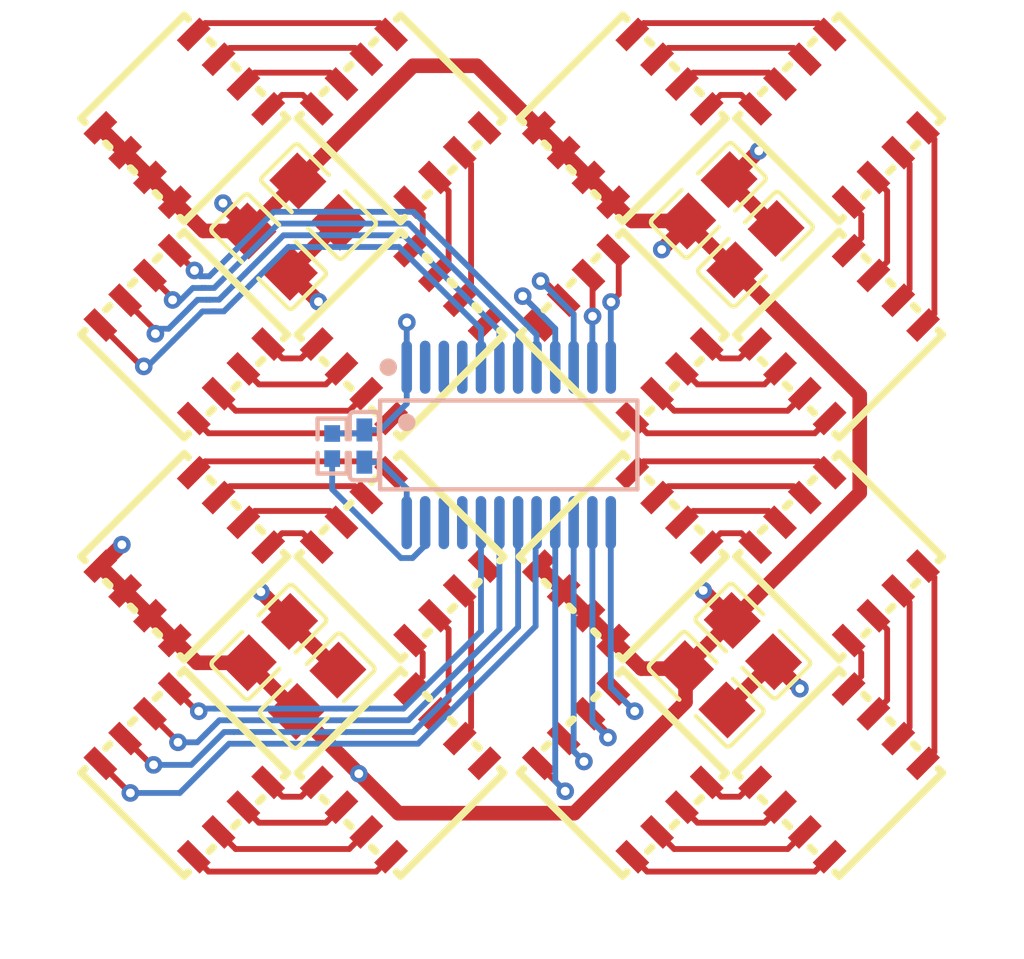
<source format=kicad_pcb>
(kicad_pcb (version 20241229) (generator "pcbnew") (generator_version "9.0")
  (layers (0 "F.Cu" signal) (2 "B.Cu" signal) (13 "F.Paste" user) (15 "B.Paste" user) (5 "F.SilkS" user "F.Silkscreen") (7 "B.SilkS" user "B.Silkscreen") (1 "F.Mask" user) (3 "B.Mask" user) (25 "Edge.Cuts" user))
  (net 0 "")
  (net 1 "LE")
  (net 2 "rgbs[3]-cathodes-cathode-10")
  (net 3 "rgbs[3]-cathodes-cathode-1")
  (net 4 "rgbs[3]-cathodes-cathode-12")
  (net 5 "rgbs[3]-cathodes-cathode-5")
  (net 6 "rgbs[3]-cathodes-cathode-4")
  (net 7 "rgbs[1]-anodes-anode-7")
  (net 8 "power_shim-VCC")
  (net 9 "rgbs[2]-anodes-anode-0")
  (net 10 "rgbs[3]-anodes-anode-1")
  (net 11 "rgbs[3]-cathodes-cathode-13")
  (net 12 "rgbs[3]-cathodes-cathode-15")
  (net 13 "rgbs[2]-anodes-anode-14")
  (net 14 "power-VCC")
  (net 15 "rgbs[3]-anodes-anode-5")
  (net 16 "rgbs[3]-anodes-anode-6")
  (net 17 "rgbs[1]-anodes-anode-13")
  (net 18 "rgbs[2]-anodes-anode-5")
  (net 19 "rgbs[1]-anodes-anode-4")
  (net 20 "rgbs[2]-anodes-anode-9")
  (net 21 "rgbs[1]-anodes-anode-5")
  (net 22 "rgbs[1]-anodes-anode-14")
  (net 23 "rgbs[3]-cathodes-cathode-14")
  (net 24 "rgbs[2]-anodes-anode-4")
  (net 25 "rgbs[2]-anodes-anode-7")
  (net 26 "rgbs[3]-anodes-anode-3")
  (net 27 "rgbs[3]-anodes-anode-9")
  (net 28 "rgbs[3]-cathodes-cathode-9")
  (net 29 "SDO")
  (net 30 "rgbs[2]-anodes-anode-12")
  (net 31 "rgbs[2]-anodes-anode-10")
  (net 32 "rgbs[3]-cathodes-cathode-8")
  (net 33 "rgbs[2]-anodes-anode-2")
  (net 34 "REXT")
  (net 35 "rgbs[3]-anodes-anode-12")
  (net 36 "rgbs[2]-anodes-anode-11")
  (net 37 "rgbs[3]-cathodes-cathode-2")
  (net 38 "rgbs[3]-cathodes-cathode-11")
  (net 39 "rgbs[2]-anodes-anode-13")
  (net 40 "rgbs[3]-anodes-anode-4")
  (net 41 "rgbs[3]-cathodes-cathode-0")
  (net 42 "rgbs[3]-cathodes-cathode-7")
  (net 43 "rgbs[3]-cathodes-cathode-6")
  (net 44 "rgbs[2]-anodes-anode-1")
  (net 45 "rgbs[2]-anodes-anode-3")
  (net 46 "rgbs[3]-anodes-anode-7")
  (net 47 "rgbs[3]-anodes-anode-2")
  (net 48 "rgbs[1]-anodes-anode-1")
  (net 49 "rgbs[1]-anodes-anode-3")
  (net 50 "rgbs[3]-anodes-anode-13")
  (net 51 "rgbs[1]-anodes-anode-6")
  (net 52 "rgbs[3]-anodes-anode-10")
  (net 53 "rgbs[2]-anodes-anode-6")
  (net 54 "rgbs[3]-anodes-anode-8")
  (net 55 "rgbs[1]-anodes-anode-11")
  (net 56 "rgbs[3]-cathodes-cathode-3")
  (net 57 "rgbs[1]-anodes-anode-9")
  (net 58 "rgbs[3]-anodes-anode-15")
  (net 59 "SDI")
  (net 60 "rgbs[3]-anodes-anode-0")
  (net 61 "rgbs[1]-anodes-anode-12")
  (net 62 "rgbs[1]-anodes-anode-8")
  (net 63 "rgbs[3]-anodes-anode-14")
  (net 64 "DCLK")
  (net 65 "rgbs[1]-anodes-anode-15")
  (net 66 "rgbs[1]-anodes-anode-10")
  (net 67 "rgbs[2]-anodes-anode-15")
  (net 68 "rgbs[1]-anodes-anode-2")
  (net 69 "rgbs[1]-anodes-anode-0")
  (net 70 "rgbs[2]-anodes-anode-8")
  (net 71 "power-GND")
  (net 72 "GCLK")
  (net 73 "rgbs[3]-anodes-anode-11")
  (net 74 "power_shim-GND")
  (footprint "HONGLITRONIC_HL_5050RGBW_S1_A27:LED-SMD_8P-L5.0-W5.0-P1.20_HL-5050RGBW-S1-A27" (layer "F.Cu") (at 21.300218 1.223857 -135)
    (property "Reference" "LED15" (hide yes))
    (property "Value" "")
  )
  (footprint "HONGLITRONIC_HL_5050RGBW_S1_A27:LED-SMD_8P-L5.0-W5.0-P1.20_HL-5050RGBW-S1-A27" (layer "F.Cu") (at 6.300218 -21.176143 -45)
    (property "Reference" "LED2" (hide yes))
    (property "Value" "")
  )
  (footprint "Samsung_Electro_Mechanics_CL21A106KAYNNNE:C0805" (layer "F.Cu") (at 3.493511 -18.325714 -45)
    (property "Reference" "C2" (hide yes))
    (property "Value" "10µF ±10% 25V X5R")
  )
  (footprint "HONGLITRONIC_HL_5050RGBW_S1_A27:LED-SMD_8P-L5.0-W5.0-P1.20_HL-5050RGBW-S1-A27" (layer "F.Cu") (at 6.300218 -13.776143 -135)
    (property "Reference" "LED3" (hide yes))
    (property "Value" "")
  )
  (footprint "ATOPILE_PIXEL15:pixel15" (layer "F.Cu") (at 10.100218 -24.976143 0)
    (property "Reference" "U3" (hide yes))
    (property "Value" "" (hide yes))
  )
  (footprint "ATOPILE_PIXEL15:pixel15" (layer "F.Cu") (at -4.899782 -24.976143 0)
    (property "Reference" "U2" (hide yes))
    (property "Value" "" (hide yes))
  )
  (footprint "HONGLITRONIC_HL_5050RGBW_S1_A27:LED-SMD_8P-L5.0-W5.0-P1.20_HL-5050RGBW-S1-A27" (layer "F.Cu") (at 13.900218 -6.176143 45)
    (property "Reference" "LED13" (hide yes))
    (property "Value" "")
  )
  (footprint "HONGLITRONIC_HL_5050RGBW_S1_A27:LED-SMD_8P-L5.0-W5.0-P1.20_HL-5050RGBW-S1-A27" (layer "F.Cu") (at 13.900218 -21.176143 45)
    (property "Reference" "LED5" (hide yes))
    (property "Value" "")
  )
  (footprint "HONGLITRONIC_HL_5050RGBW_S1_A27:LED-SMD_8P-L5.0-W5.0-P1.20_HL-5050RGBW-S1-A27" (layer "F.Cu") (at 13.900218 1.223857 135)
    (property "Reference" "LED16" (hide yes))
    (property "Value" "")
  )
  (footprint "ATOPILE_PIXEL15:pixel15" (layer "F.Cu") (at -4.899782 -9.976143 0)
    (property "Reference" "U4" (hide yes))
    (property "Value" "" (hide yes))
  )
  (footprint "HONGLITRONIC_HL_5050RGBW_S1_A27:LED-SMD_8P-L5.0-W5.0-P1.20_HL-5050RGBW-S1-A27" (layer "F.Cu") (at 6.300218 -6.176143 -45)
    (property "Reference" "LED10" (hide yes))
    (property "Value" "")
  )
  (footprint "HONGLITRONIC_HL_5050RGBW_S1_A27:LED-SMD_8P-L5.0-W5.0-P1.20_HL-5050RGBW-S1-A27" (layer "F.Cu") (at -1.099782 -6.176143 45)
    (property "Reference" "LED9" (hide yes))
    (property "Value" "")
  )
  (footprint "ATOPILE_PIXEL15:pixel15" (layer "F.Cu") (at 10.100218 -9.976143 0)
    (property "Reference" "U5" (hide yes))
    (property "Value" "" (hide yes))
  )
  (footprint "Samsung_Electro_Mechanics_CL21A106KAYNNNE:C0805" (layer "F.Cu") (at 3.447589 -1.584957 45)
    (property "Reference" "C6" (hide yes))
    (property "Value" "10µF ±10% 25V X5R")
  )
  (footprint "Samsung_Electro_Mechanics_CL21A106KAYNNNE:C0805" (layer "F.Cu") (at 1.788056 -16.615016 -45)
    (property "Reference" "C1" (hide yes))
    (property "Value" "10µF ±10% 25V X5R")
  )
  (footprint "HONGLITRONIC_HL_5050RGBW_S1_A27:LED-SMD_8P-L5.0-W5.0-P1.20_HL-5050RGBW-S1-A27" (layer "F.Cu") (at -1.099782 -21.176143 45)
    (property "Reference" "LED1" (hide yes))
    (property "Value" "")
  )
  (footprint "HONGLITRONIC_HL_5050RGBW_S1_A27:LED-SMD_8P-L5.0-W5.0-P1.20_HL-5050RGBW-S1-A27" (layer "F.Cu") (at 13.900218 -13.776143 135)
    (property "Reference" "LED8" (hide yes))
    (property "Value" "")
  )
  (footprint "Samsung_Electro_Mechanics_CL21A106KAYNNNE:C0805" (layer "F.Cu") (at 1.796636 -3.250802 45)
    (property "Reference" "C3" (hide yes))
    (property "Value" "10µF ±10% 25V X5R")
  )
  (footprint "HONGLITRONIC_HL_5050RGBW_S1_A27:LED-SMD_8P-L5.0-W5.0-P1.20_HL-5050RGBW-S1-A27" (layer "F.Cu") (at -1.099782 1.223857 135)
    (property "Reference" "LED12" (hide yes))
    (property "Value" "")
  )
  (footprint "Samsung_Electro_Mechanics_CL21A106KAYNNNE:C0805" (layer "F.Cu") (at 16.827936 -18.371236 45)
    (property "Reference" "C8" (hide yes))
    (property "Value" "10µF ±10% 25V X5R")
  )
  (footprint "Samsung_Electro_Mechanics_CL21A106KAYNNNE:C0805" (layer "F.Cu") (at 18.437253 -16.698639 45)
    (property "Reference" "C4" (hide yes))
    (property "Value" "10µF ±10% 25V X5R")
  )
  (footprint "Samsung_Electro_Mechanics_CL21A106KAYNNNE:C0805" (layer "F.Cu") (at 18.349481 -3.285355 -45)
    (property "Reference" "C7" (hide yes))
    (property "Value" "10µF ±10% 25V X5R")
  )
  (footprint "HONGLITRONIC_HL_5050RGBW_S1_A27:LED-SMD_8P-L5.0-W5.0-P1.20_HL-5050RGBW-S1-A27" (layer "F.Cu") (at 21.300218 -21.176143 -45)
    (property "Reference" "LED6" (hide yes))
    (property "Value" "")
  )
  (footprint "HONGLITRONIC_HL_5050RGBW_S1_A27:LED-SMD_8P-L5.0-W5.0-P1.20_HL-5050RGBW-S1-A27" (layer "F.Cu") (at 21.300218 -13.776143 -135)
    (property "Reference" "LED7" (hide yes))
    (property "Value" "")
  )
  (footprint "Samsung_Electro_Mechanics_CL21A106KAYNNNE:C0805" (layer "F.Cu") (at 16.753285 -1.636055 -45)
    (property "Reference" "C5" (hide yes))
    (property "Value" "10µF ±10% 25V X5R")
  )
  (footprint "HONGLITRONIC_HL_5050RGBW_S1_A27:LED-SMD_8P-L5.0-W5.0-P1.20_HL-5050RGBW-S1-A27" (layer "F.Cu") (at 6.300218 1.223857 -135)
    (property "Reference" "LED11" (hide yes))
    (property "Value" "")
  )
  (footprint "HONGLITRONIC_HL_5050RGBW_S1_A27:LED-SMD_8P-L5.0-W5.0-P1.20_HL-5050RGBW-S1-A27" (layer "F.Cu") (at -1.099782 -13.776143 135)
    (property "Reference" "LED4" (hide yes))
    (property "Value" "")
  )
  (footprint "HONGLITRONIC_HL_5050RGBW_S1_A27:LED-SMD_8P-L5.0-W5.0-P1.20_HL-5050RGBW-S1-A27" (layer "F.Cu") (at 21.300218 -6.176143 -45)
    (property "Reference" "LED14" (hide yes))
    (property "Value" "")
  )
  (footprint "Samsung_Electro_Mechanics_CL05B104KO5NNNC:C0402" (layer "B.Cu") (at 5.06 -9.96 90)
    (property "Reference" "C9" (hide yes))
    (property "Value" "100nF ±10% 16V X7R")
  )
  (footprint "VO_SCR0402F309R:R0402" (layer "B.Cu") (at 3.96 -9.96 90)
    (property "Reference" "R1" (hide yes))
    (property "Value" "309Ω ±1% 62.5mW")
  )
  (footprint "MBI_MBI5043GP_A:SSOP-24_L8.8-W4.0-P0.64-LS6.2-BL" (layer "B.Cu") (at 10 -10 0)
    (property "Reference" "U1" (hide yes))
    (property "Value" "")
  )
  (via (at 10.478319 -15.09021) (size 0.6) (drill 0.3) (layers "F.Cu" "B.Cu") (net 2))
  (via (at 12.571314 0.835954) (size 0.6) (drill 0.3) (layers "F.Cu" "B.Cu") (net 3))
  (via (at 12.866802 -14.40116) (size 0.6) (drill 0.3) (layers "F.Cu" "B.Cu") (net 4))
  (via (at -1.313733 0.17837) (size 0.6) (drill 0.3) (layers "F.Cu" "B.Cu") (net 5))
  (via (at -2.149105 0.951089) (size 0.6) (drill 0.3) (layers "F.Cu" "B.Cu") (net 6))
  (via (at 4.871203 1.252872) (size 0.6) (drill 0.3) (layers "F.Cu" "B.Cu") (net 8))
  (via (at 15.2329 -16.685523) (size 0.6) (drill 0.3) (layers "F.Cu" "B.Cu") (net 8))
  (via (at -3.233164 -6.584119) (size 0.6) (drill 0.3) (layers "F.Cu" "B.Cu") (net 8))
  (via (at 16.650722 -5.020216) (size 0.6) (drill 0.3) (layers "F.Cu" "B.Cu") (net 8))
  (via (at 0.226395 -18.274765) (size 0.6) (drill 0.3) (layers "F.Cu" "B.Cu") (net 8))
  (via (at 13.500224 -14.889813) (size 0.6) (drill 0.3) (layers "F.Cu" "B.Cu") (net 11))
  (via (at 13.392762 0.014506) (size 0.6) (drill 0.3) (layers "F.Cu" "B.Cu") (net 12))
  (via (at 14.307909 -0.886474) (size 0.6) (drill 0.3) (layers "F.Cu" "B.Cu") (net 23))
  (via (at -0.749837 -15.97078) (size 0.6) (drill 0.3) (layers "F.Cu" "B.Cu") (net 28))
  (via (at -1.498432 -14.96116) (size 0.6) (drill 0.3) (layers "F.Cu" "B.Cu") (net 32))
  (via (at 11.930863 1.852321) (size 0.6) (drill 0.3) (layers "F.Cu" "B.Cu") (net 37))
  (via (at 11.089016 -15.606982) (size 0.6) (drill 0.3) (layers "F.Cu" "B.Cu") (net 38))
  (via (at -2.484399 -12.687134) (size 0.6) (drill 0.3) (layers "F.Cu" "B.Cu") (net 41))
  (via (at -2.087437 -13.805056) (size 0.6) (drill 0.3) (layers "F.Cu" "B.Cu") (net 42))
  (via (at -0.603667 -0.886729) (size 0.6) (drill 0.3) (layers "F.Cu" "B.Cu") (net 43))
  (via (at -2.942708 1.911766) (size 0.6) (drill 0.3) (layers "F.Cu" "B.Cu") (net 56))
  (via (at 6.514391 -14.195246) (size 0.6) (drill 0.3) (layers "F.Cu" "B.Cu") (net 71))
  (via (at 19.958733 -1.65759) (size 0.6) (drill 0.3) (layers "F.Cu" "B.Cu") (net 74))
  (via (at 3.490547 -14.900086) (size 0.6) (drill 0.3) (layers "F.Cu" "B.Cu") (net 74))
  (via (at 1.522849 -4.972827) (size 0.6) (drill 0.3) (layers "F.Cu" "B.Cu") (net 74))
  (via (at 18.551002 -20.062371) (size 0.6) (drill 0.3) (layers "F.Cu" "B.Cu") (net 74))
  (segment (start 11.029364 -14.539165) (end 11.029364 -14.101412) (width 0.2) (net 2) (layer "F.Cu"))
  (segment (start 10.478319 -15.09021) (end 11.029364 -14.539165) (width 0.2) (net 2) (layer "F.Cu"))
  (segment (start 10.478319 -15.09021) (end 11.59 -13.978529) (width 0.2) (net 2) (layer "B.Cu"))
  (segment (start 11.59 -13.978529) (end 11.59 -12.66) (width 0.2) (net 2) (layer "B.Cu"))
  (segment (start 11.877893 0.05006) (end 11.877893 0.142533) (width 0.2) (net 3) (layer "F.Cu"))
  (segment (start 11.877893 0.142533) (end 12.571314 0.835954) (width 0.2) (net 3) (layer "F.Cu"))
  (segment (start 12.571314 0.835954) (end 12.22 0.48464) (width 0.2) (net 3) (layer "B.Cu"))
  (segment (start 12.22 0.48464) (end 12.22 -7.34) (width 0.2) (net 3) (layer "B.Cu"))
  (segment (start 12.866802 -14.40116) (end 12.866802 -15.658087) (width 0.2) (net 4) (layer "F.Cu"))
  (segment (start 12.866802 -15.658087) (end 12.726421 -15.798468) (width 0.2) (net 4) (layer "F.Cu"))
  (segment (start 12.86 -12.66) (end 12.86 -14.394358) (width 0.2) (net 4) (layer "B.Cu"))
  (segment (start 12.86 -14.394358) (end 12.866802 -14.40116) (width 0.2) (net 4) (layer "B.Cu"))
  (segment (start -1.313733 0.161378) (end -2.273579 -0.798468) (width 0.2) (net 5) (layer "F.Cu"))
  (segment (start -1.313733 0.17837) (end -1.313733 0.161378) (width 0.2) (net 5) (layer "F.Cu"))
  (segment (start -0.134682 -0.340243) (end -0.369582 -0.105343) (width 0.2) (net 5) (layer "B.Cu"))
  (segment (start -0.369582 -0.105343) (end -0.653295 0.17837) (width 0.2) (net 5) (layer "B.Cu"))
  (segment (start 4.598518 -0.575143) (end 4.266318 -0.575143) (width 0.2) (net 5) (layer "B.Cu"))
  (segment (start 0.100218 -0.575143) (end -0.134682 -0.340243) (width 0.2) (net 5) (layer "B.Cu"))
  (segment (start 0.432418 -0.575143) (end 0.100218 -0.575143) (width 0.2) (net 5) (layer "B.Cu"))
  (segment (start 9.68 -3.690125) (end 6.565018 -0.575143) (width 0.2) (net 5) (layer "B.Cu"))
  (segment (start 4.266318 -0.575143) (end 0.764618 -0.575143) (width 0.2) (net 5) (layer "B.Cu"))
  (segment (start -0.653295 0.17837) (end -1.313733 0.17837) (width 0.2) (net 5) (layer "B.Cu"))
  (segment (start 9.68 -7.34) (end 9.68 -3.690125) (width 0.2) (net 5) (layer "B.Cu"))
  (segment (start 0.764618 -0.575143) (end 0.432418 -0.575143) (width 0.2) (net 5) (layer "B.Cu"))
  (segment (start 6.565018 -0.575143) (end 4.598518 -0.575143) (width 0.2) (net 5) (layer "B.Cu"))
  (segment (start -2.149105 0.951089) (end -2.221078 0.951089) (width 0.2) (net 6) (layer "F.Cu"))
  (segment (start -2.221078 0.951089) (end -3.122107 0.05006) (width 0.2) (net 6) (layer "F.Cu"))
  (segment (start 0.266318 -0.174143) (end 0.031418 0.060757) (width 0.2) (net 6) (layer "B.Cu"))
  (segment (start 4.432418 -0.174143) (end 0.598518 -0.174143) (width 0.2) (net 6) (layer "B.Cu"))
  (segment (start 0.031418 0.060757) (end -0.858914 0.951089) (width 0.2) (net 6) (layer "B.Cu"))
  (segment (start 0.598518 -0.174143) (end 0.266318 -0.174143) (width 0.2) (net 6) (layer "B.Cu"))
  (segment (start 6.731118 -0.174143) (end 4.432418 -0.174143) (width 0.2) (net 6) (layer "B.Cu"))
  (segment (start -0.858914 0.951089) (end -2.149105 0.951089) (width 0.2) (net 6) (layer "B.Cu"))
  (segment (start 10.32 -3.763025) (end 6.731118 -0.174143) (width 0.2) (net 6) (layer "B.Cu"))
  (segment (start 10.32 -7.34) (end 10.32 -3.763025) (width 0.2) (net 6) (layer "B.Cu"))
  (segment (start 17.953827 -21.976949) (end 18.429364 -21.501412) (width 0.2) (net 7) (layer "F.Cu"))
  (segment (start 16.771072 -21.501412) (end 17.246609 -21.976949) (width 0.2) (net 7) (layer "F.Cu"))
  (segment (start 17.246609 -21.976949) (end 17.953827 -21.976949) (width 0.2) (net 7) (layer "F.Cu"))
  (segment (start 16.046178 -2.343162) (end 16.046178 -1.200919) (width 0.5) (net 8) (layer "F.Cu"))
  (segment (start -3.970636 -5.850874) (end -3.966409 -5.850874) (width 0.5) (net 8) (layer "F.Cu"))
  (segment (start 14.537076 -2.343162) (end 11.029364 -5.850874) (width 0.5) (net 8) (layer "F.Cu"))
  (segment (start 1.080949 -17.322123) (end 1.080949 -17.420211) (width 0.5) (net 8) (layer "F.Cu"))
  (segment (start -0.441885 -17.322123) (end -3.899782 -20.78002) (width 0.5) (net 8) (layer "F.Cu"))
  (segment (start -0.663457 -2.543695) (end -3.970636 -5.850874) (width 0.5) (net 8) (layer "F.Cu"))
  (segment (start 16.120829 -17.573452) (end 15.2329 -16.685523) (width 0.5) (net 8) (layer "F.Cu"))
  (segment (start 6.729726 -22.976143) (end 2.786404 -19.032821) (width 0.5) (net 8) (layer "F.Cu"))
  (segment (start -1.425051 -3.305289) (end -3.970636 -5.850874) (width 0.2) (net 8) (layer "F.Cu"))
  (segment (start 16.046178 -2.343162) (end 16.046178 -2.396266) (width 0.5) (net 8) (layer "F.Cu"))
  (segment (start 2.786404 -19.032821) (end 2.786404 -19.027578) (width 0.5) (net 8) (layer "F.Cu"))
  (segment (start 22.005777 -8.355865) (end 17.642374 -3.992462) (width 0.5) (net 8) (layer "F.Cu"))
  (segment (start 4.871203 1.252872) (end 2.740482 -0.87785) (width 0.5) (net 8) (layer "F.Cu"))
  (segment (start 16.120829 -17.664129) (end 14.216109 -17.664129) (width 0.5) (net 8) (layer "F.Cu"))
  (segment (start 12.241938 2.603321) (end 6.221653 2.603321) (width 0.5) (net 8) (layer "F.Cu"))
  (segment (start 17.730146 -15.991532) (end 22.005777 -11.715901) (width 0.5) (net 8) (layer "F.Cu"))
  (segment (start -3.899782 -20.78002) (end -3.970636 -20.850874) (width 0.2) (net 8) (layer "F.Cu"))
  (segment (start 16.120829 -17.664129) (end 16.120829 -17.600849) (width 0.5) (net 8) (layer "F.Cu"))
  (segment (start -1.425051 -18.305289) (end -3.899782 -20.78002) (width 0.2) (net 8) (layer "F.Cu"))
  (segment (start -3.966409 -5.850874) (end -3.233164 -6.584119) (width 0.5) (net 8) (layer "F.Cu"))
  (segment (start 16.046178 -2.343162) (end 14.537076 -2.343162) (width 0.5) (net 8) (layer "F.Cu"))
  (segment (start 1.080949 -17.420211) (end 0.226395 -18.274765) (width 0.5) (net 8) (layer "F.Cu"))
  (segment (start 2.786404 -19.027578) (end 1.080949 -17.322123) (width 0.5) (net 8) (layer "F.Cu"))
  (segment (start 1.089529 -2.543695) (end -0.663457 -2.543695) (width 0.5) (net 8) (layer "F.Cu"))
  (segment (start 13.574949 -18.305289) (end 11.029364 -20.850874) (width 0.2) (net 8) (layer "F.Cu"))
  (segment (start 16.120829 -17.600849) (end 17.730146 -15.991532) (width 0.5) (net 8) (layer "F.Cu"))
  (segment (start 1.089529 -2.543695) (end 1.089529 -2.528803) (width 0.5) (net 8) (layer "F.Cu"))
  (segment (start 16.046178 -1.200919) (end 12.241938 2.603321) (width 0.5) (net 8) (layer "F.Cu"))
  (segment (start 13.574949 -3.305289) (end 11.029364 -5.850874) (width 0.2) (net 8) (layer "F.Cu"))
  (segment (start 22.005777 -11.715901) (end 22.005777 -8.355865) (width 0.5) (net 8) (layer "F.Cu"))
  (segment (start 11.029364 -20.850874) (end 8.904095 -22.976143) (width 0.5) (net 8) (layer "F.Cu"))
  (segment (start 6.221653 2.603321) (end 4.871203 1.252872) (width 0.5) (net 8) (layer "F.Cu"))
  (segment (start 17.642374 -3.992462) (end 17.642374 -4.028564) (width 0.5) (net 8) (layer "F.Cu"))
  (segment (start 16.120829 -17.664129) (end 16.120829 -17.573452) (width 0.5) (net 8) (layer "F.Cu"))
  (segment (start 8.904095 -22.976143) (end 6.729726 -22.976143) (width 0.5) (net 8) (layer "F.Cu"))
  (segment (start 14.216109 -17.664129) (end 11.029364 -20.850874) (width 0.5) (net 8) (layer "F.Cu"))
  (segment (start 1.089529 -2.528803) (end 2.740482 -0.87785) (width 0.5) (net 8) (layer "F.Cu"))
  (segment (start 17.642374 -4.028564) (end 16.650722 -5.020216) (width 0.5) (net 8) (layer "F.Cu"))
  (segment (start 1.080949 -17.322123) (end -0.441885 -17.322123) (width 0.5) (net 8) (layer "F.Cu"))
  (segment (start 16.046178 -2.396266) (end 17.642374 -3.992462) (width 0.5) (net 8) (layer "F.Cu"))
  (segment (start 8.711452 -15.338849) (end 8.322543 -14.94994) (width 0.2) (net 9) (layer "F.Cu"))
  (segment (start 8.322543 -20.002346) (end 8.711452 -19.613437) (width 0.2) (net 9) (layer "F.Cu"))
  (segment (start 8.711452 -19.613437) (end 8.711452 -15.338849) (width 0.2) (net 9) (layer "F.Cu"))
  (segment (start -0.266937 -10.397713) (end 5.467373 -10.397713) (width 0.2) (net 10) (layer "F.Cu"))
  (segment (start -0.774513 -10.905289) (end -0.266937 -10.397713) (width 0.2) (net 10) (layer "F.Cu"))
  (segment (start 5.467373 -10.397713) (end 5.974949 -10.905289) (width 0.2) (net 10) (layer "F.Cu"))
  (segment (start 13.500224 -14.889813) (end 13.761608 -15.151197) (width 0.2) (net 11) (layer "F.Cu"))
  (segment (start 13.761608 -15.151197) (end 13.761608 -16.213697) (width 0.2) (net 11) (layer "F.Cu"))
  (segment (start 13.49 -12.66) (end 13.49 -14.879589) (width 0.2) (net 11) (layer "B.Cu"))
  (segment (start 13.49 -14.879589) (end 13.500224 -14.889813) (width 0.2) (net 11) (layer "B.Cu"))
  (segment (start 13.392762 -0.132127) (end 12.726421 -0.798468) (width 0.2) (net 12) (layer "F.Cu"))
  (segment (start 13.392762 0.014506) (end 13.392762 -0.132127) (width 0.2) (net 12) (layer "F.Cu"))
  (segment (start 12.86 -0.518256) (end 13.392762 0.014506) (width 0.2) (net 12) (layer "B.Cu"))
  (segment (start 12.86 -7.34) (end 12.86 -0.518256) (width 0.2) (net 12) (layer "B.Cu"))
  (segment (start 22.943338 -3.684495) (end 22.943338 -1.267791) (width 0.2) (net 13) (layer "F.Cu"))
  (segment (start 22.474015 -4.153818) (end 22.943338 -3.684495) (width 0.2) (net 13) (layer "F.Cu"))
  (segment (start 22.943338 -1.267791) (end 22.474015 -0.798468) (width 0.2) (net 13) (layer "F.Cu"))
  (segment (start 6.51 -8.51) (end 5.61 -9.41) (width 0.2) (net 14) (layer "B.Cu"))
  (segment (start 6.51 -7.34) (end 6.51 -8.51) (width 0.2) (net 14) (layer "B.Cu"))
  (segment (start 5.61 -9.41) (end 5.06 -9.41) (width 0.2) (net 14) (layer "B.Cu"))
  (segment (start 14.225487 -10.905289) (end 14.733063 -10.397713) (width 0.2) (net 15) (layer "F.Cu"))
  (segment (start 20.467373 -10.397713) (end 20.974949 -10.905289) (width 0.2) (net 15) (layer "F.Cu"))
  (segment (start 14.733063 -10.397713) (end 20.467373 -10.397713) (width 0.2) (net 15) (layer "F.Cu"))
  (segment (start 18.744919 -12.069372) (end 19.277893 -12.602346) (width 0.2) (net 16) (layer "F.Cu"))
  (segment (start 15.922543 -12.602346) (end 16.455517 -12.069372) (width 0.2) (net 16) (layer "F.Cu"))
  (segment (start 16.455517 -12.069372) (end 18.744919 -12.069372) (width 0.2) (net 16) (layer "F.Cu"))
  (segment (start 20.58604 -9.435906) (end 14.614396 -9.435906) (width 0.2) (net 17) (layer "F.Cu"))
  (segment (start 14.614396 -9.435906) (end 14.225487 -9.046997) (width 0.2) (net 17) (layer "F.Cu"))
  (segment (start 20.974949 -9.046997) (end 20.58604 -9.435906) (width 0.2) (net 17) (layer "F.Cu"))
  (segment (start 24.171072 -14.101412) (end 24.559981 -14.490321) (width 0.2) (net 18) (layer "F.Cu"))
  (segment (start 24.559981 -14.490321) (end 24.559981 -20.461965) (width 0.2) (net 18) (layer "F.Cu"))
  (segment (start 24.559981 -20.461965) (end 24.171072 -20.850874) (width 0.2) (net 18) (layer "F.Cu"))
  (segment (start 19.737512 -23.587377) (end 20.126421 -23.198468) (width 0.2) (net 19) (layer "F.Cu"))
  (segment (start 15.462924 -23.587377) (end 19.737512 -23.587377) (width 0.2) (net 19) (layer "F.Cu"))
  (segment (start 15.074015 -23.198468) (end 15.462924 -23.587377) (width 0.2) (net 19) (layer "F.Cu"))
  (segment (start 20.58604 -24.435906) (end 14.614396 -24.435906) (width 0.2) (net 21) (layer "F.Cu"))
  (segment (start 14.614396 -24.435906) (end 14.225487 -24.046997) (width 0.2) (net 21) (layer "F.Cu"))
  (segment (start 20.974949 -24.046997) (end 20.58604 -24.435906) (width 0.2) (net 21) (layer "F.Cu"))
  (segment (start 15.922543 -7.34994) (end 16.311452 -7.738849) (width 0.2) (net 22) (layer "F.Cu"))
  (segment (start 18.888984 -7.738849) (end 19.277893 -7.34994) (width 0.2) (net 22) (layer "F.Cu"))
  (segment (start 16.311452 -7.738849) (end 18.888984 -7.738849) (width 0.2) (net 22) (layer "F.Cu"))
  (segment (start 13.574949 -1.646997) (end 13.574949 -1.619434) (width 0.2) (net 23) (layer "F.Cu"))
  (segment (start 13.574949 -1.619434) (end 14.307909 -0.886474) (width 0.2) (net 23) (layer "F.Cu"))
  (segment (start 14.307909 -0.886474) (end 13.49 -1.704383) (width 0.2) (net 23) (layer "B.Cu"))
  (segment (start 13.49 -1.704383) (end 13.49 -7.34) (width 0.2) (net 23) (layer "B.Cu"))
  (segment (start 23.322543 -20.002346) (end 23.711452 -19.613437) (width 0.2) (net 24) (layer "F.Cu"))
  (segment (start 23.711452 -19.613437) (end 23.711452 -15.338849) (width 0.2) (net 24) (layer "F.Cu"))
  (segment (start 23.711452 -15.338849) (end 23.322543 -14.94994) (width 0.2) (net 24) (layer "F.Cu"))
  (segment (start 21.625487 -18.305289) (end 22.05676 -17.874016) (width 0.2) (net 25) (layer "F.Cu"))
  (segment (start 22.05676 -17.874016) (end 22.05676 -17.07827) (width 0.2) (net 25) (layer "F.Cu"))
  (segment (start 22.05676 -17.07827) (end 21.625487 -16.646997) (width 0.2) (net 25) (layer "F.Cu"))
  (segment (start 2.263098 -12.958848) (end 1.771072 -13.450874) (width 0.2) (net 26) (layer "F.Cu"))
  (segment (start 3.429364 -13.450874) (end 3.39283 -13.41434) (width 0.2) (net 26) (layer "F.Cu"))
  (segment (start 2.893017 -12.958848) (end 2.263098 -12.958848) (width 0.2) (net 26) (layer "F.Cu"))
  (segment (start 3.348509 -13.41434) (end 2.893017 -12.958848) (width 0.2) (net 26) (layer "F.Cu"))
  (segment (start 3.39283 -13.41434) (end 3.348509 -13.41434) (width 0.2) (net 26) (layer "F.Cu"))
  (segment (start -0.266937 4.602287) (end 5.467373 4.602287) (width 0.2) (net 27) (layer "F.Cu"))
  (segment (start -0.774513 4.094711) (end -0.266937 4.602287) (width 0.2) (net 27) (layer "F.Cu"))
  (segment (start 5.467373 4.602287) (end 5.974949 4.094711) (width 0.2) (net 27) (layer "F.Cu"))
  (segment (start -0.749837 -15.971783) (end -1.141501 -16.363447) (width 0.2) (net 28) (layer "F.Cu"))
  (segment (start -0.749837 -15.97078) (end -0.749837 -15.971783) (width 0.2) (net 28) (layer "F.Cu"))
  (segment (start 10.95 -13.77) (end 6.743857 -17.976143) (width 0.2) (net 28) (layer "B.Cu"))
  (segment (start 6.743857 -17.976143) (end 1.962007 -17.976143) (width 0.2) (net 28) (layer "B.Cu"))
  (segment (start -0.550837 -15.77178) (end -0.749837 -15.97078) (width 0.2) (net 28) (layer "B.Cu"))
  (segment (start -0.242356 -15.77178) (end -0.550837 -15.77178) (width 0.2) (net 28) (layer "B.Cu"))
  (segment (start 10.95 -12.66) (end 10.95 -13.77) (width 0.2) (net 28) (layer "B.Cu"))
  (segment (start 1.962007 -17.976143) (end -0.242356 -15.77178) (width 0.2) (net 28) (layer "B.Cu"))
  (segment (start 23.711452 -0.338849) (end 23.322543 0.05006) (width 0.2) (net 30) (layer "F.Cu"))
  (segment (start 23.322543 -5.002346) (end 23.711452 -4.613437) (width 0.2) (net 30) (layer "F.Cu"))
  (segment (start 23.711452 -4.613437) (end 23.711452 -0.338849) (width 0.2) (net 30) (layer "F.Cu"))
  (segment (start 7.943338 -3.684495) (end 7.943338 -1.267791) (width 0.2) (net 31) (layer "F.Cu"))
  (segment (start 7.474015 -4.153818) (end 7.943338 -3.684495) (width 0.2) (net 31) (layer "F.Cu"))
  (segment (start 7.943338 -1.267791) (end 7.474015 -0.798468) (width 0.2) (net 31) (layer "F.Cu"))
  (segment (start -1.498432 -14.96116) (end -1.498432 -15.023321) (width 0.2) (net 32) (layer "F.Cu"))
  (segment (start -1.498432 -15.023321) (end -2.273579 -15.798468) (width 0.2) (net 32) (layer "F.Cu"))
  (segment (start -0.384737 -15.37078) (end -0.408456 -15.37078) (width 0.2) (net 32) (layer "B.Cu"))
  (segment (start -0.408456 -15.37078) (end -0.499894 -15.37078) (width 0.2) (net 32) (layer "B.Cu"))
  (segment (start -1.357718 -14.820446) (end -1.498432 -14.96116) (width 0.2) (net 32) (layer "B.Cu"))
  (segment (start -0.808383 -15.36978) (end -1.357718 -14.820446) (width 0.2) (net 32) (layer "B.Cu"))
  (segment (start 0.158644 -15.60568) (end -0.076256 -15.37078) (width 0.2) (net 32) (layer "B.Cu"))
  (segment (start 6.577757 -17.575143) (end 2.128107 -17.575143) (width 0.2) (net 32) (layer "B.Cu"))
  (segment (start 2.128107 -17.575143) (end 0.804124 -16.25116) (width 0.2) (net 32) (layer "B.Cu"))
  (segment (start -0.499894 -15.37078) (end -0.500894 -15.36978) (width 0.2) (net 32) (layer "B.Cu"))
  (segment (start 10.32 -12.66) (end 10.32 -13.8329) (width 0.2) (net 32) (layer "B.Cu"))
  (segment (start -0.076256 -15.37078) (end -0.384737 -15.37078) (width 0.2) (net 32) (layer "B.Cu"))
  (segment (start 10.32 -13.8329) (end 6.577757 -17.575143) (width 0.2) (net 32) (layer "B.Cu"))
  (segment (start -0.500894 -15.36978) (end -0.808383 -15.36978) (width 0.2) (net 32) (layer "B.Cu"))
  (segment (start 0.804124 -16.25116) (end 0.158644 -15.60568) (width 0.2) (net 32) (layer "B.Cu"))
  (segment (start 7.943338 -16.267791) (end 7.474015 -15.798468) (width 0.2) (net 33) (layer "F.Cu"))
  (segment (start 7.474015 -19.153818) (end 7.943338 -18.684495) (width 0.2) (net 33) (layer "F.Cu"))
  (segment (start 7.943338 -18.684495) (end 7.943338 -16.267791) (width 0.2) (net 33) (layer "F.Cu"))
  (segment (start 7.14 -6.559763) (end 7.14 -7.34) (width 0.2) (net 34) (layer "B.Cu"))
  (segment (start 6.709237 -6.129) (end 7.14 -6.559763) (width 0.2) (net 34) (layer "B.Cu"))
  (segment (start 3.96 -9.53) (end 3.96 -8.479763) (width 0.2) (net 34) (layer "B.Cu"))
  (segment (start 3.96 -8.479763) (end 6.310763 -6.129) (width 0.2) (net 34) (layer "B.Cu"))
  (segment (start 6.310763 -6.129) (end 6.709237 -6.129) (width 0.2) (net 34) (layer "B.Cu"))
  (segment (start 20.126421 3.246182) (end 19.542665 3.829938) (width 0.2) (net 35) (layer "F.Cu"))
  (segment (start 19.542665 3.829938) (end 15.657771 3.829938) (width 0.2) (net 35) (layer "F.Cu"))
  (segment (start 15.657771 3.829938) (end 15.074015 3.246182) (width 0.2) (net 35) (layer "F.Cu"))
  (segment (start 6.625487 -3.305289) (end 7.05676 -2.874016) (width 0.2) (net 36) (layer "F.Cu"))
  (segment (start 7.05676 -2.07827) (end 6.625487 -1.646997) (width 0.2) (net 36) (layer "F.Cu"))
  (segment (start 7.05676 -2.874016) (end 7.05676 -2.07827) (width 0.2) (net 36) (layer "F.Cu"))
  (segment (start 11.029364 0.898588) (end 11.029364 0.950822) (width 0.2) (net 37) (layer "F.Cu"))
  (segment (start 11.029364 0.950822) (end 11.930863 1.852321) (width 0.2) (net 37) (layer "F.Cu"))
  (segment (start 11.59 -7.34) (end 11.59 1.511458) (width 0.2) (net 37) (layer "B.Cu"))
  (segment (start 11.59 1.511458) (end 11.930863 1.852321) (width 0.2) (net 37) (layer "B.Cu"))
  (segment (start 11.089016 -15.606982) (end 11.220851 -15.606982) (width 0.2) (net 38) (layer "F.Cu"))
  (segment (start 11.220851 -15.606982) (end 11.877893 -14.94994) (width 0.2) (net 38) (layer "F.Cu"))
  (segment (start 12.22 -14.475998) (end 12.22 -12.66) (width 0.2) (net 38) (layer "B.Cu"))
  (segment (start 11.089016 -15.606982) (end 12.22 -14.475998) (width 0.2) (net 38) (layer "B.Cu"))
  (segment (start 24.559981 -5.461965) (end 24.171072 -5.850874) (width 0.2) (net 39) (layer "F.Cu"))
  (segment (start 24.171072 0.898588) (end 24.559981 0.509679) (width 0.2) (net 39) (layer "F.Cu"))
  (segment (start 24.559981 0.509679) (end 24.559981 -5.461965) (width 0.2) (net 39) (layer "F.Cu"))
  (segment (start 15.657771 -11.170062) (end 15.074015 -11.753818) (width 0.2) (net 40) (layer "F.Cu"))
  (segment (start 20.126421 -11.753818) (end 19.542665 -11.170062) (width 0.2) (net 40) (layer "F.Cu"))
  (segment (start 19.542665 -11.170062) (end 15.657771 -11.170062) (width 0.2) (net 40) (layer "F.Cu"))
  (segment (start -2.484399 -12.687134) (end -2.556358 -12.687134) (width 0.2) (net 41) (layer "F.Cu"))
  (segment (start -2.556358 -12.687134) (end -3.970636 -14.101412) (width 0.2) (net 41) (layer "F.Cu"))
  (segment (start -1.46882 -13.575143) (end -1.23392 -13.810043) (width 0.2) (net 41) (layer "B.Cu"))
  (segment (start -0.496432 -14.546117) (end -0.496432 -14.547531) (width 0.2) (net 41) (layer "B.Cu"))
  (segment (start -0.167694 -14.56878) (end -0.076256 -14.56878) (width 0.2) (net 41) (layer "B.Cu"))
  (segment (start -0.731332 -14.311217) (end -0.496432 -14.546117) (width 0.2) (net 41) (layer "B.Cu"))
  (segment (start 2.460307 -16.773143) (end 6.245557 -16.773143) (width 0.2) (net 41) (layer "B.Cu"))
  (segment (start 9.050454 -13.968246) (end 9.050454 -13.770454) (width 0.2) (net 41) (layer "B.Cu"))
  (segment (start 0.490844 -14.80368) (end 0.725744 -15.03858) (width 0.2) (net 41) (layer "B.Cu"))
  (segment (start -0.476183 -14.56778) (end -0.168694 -14.56778) (width 0.2) (net 41) (layer "B.Cu"))
  (segment (start -0.076256 -14.56878) (end -0.052537 -14.56878) (width 0.2) (net 41) (layer "B.Cu"))
  (segment (start -1.486437 -13.556113) (end -1.486437 -13.557526) (width 0.2) (net 41) (layer "B.Cu"))
  (segment (start -0.496432 -14.547531) (end -0.476183 -14.56778) (width 0.2) (net 41) (layer "B.Cu"))
  (segment (start -1.084803 -13.95916) (end -1.083389 -13.95916) (width 0.2) (net 41) (layer "B.Cu"))
  (segment (start 1.606124 -15.91896) (end 2.460307 -16.773143) (width 0.2) (net 41) (layer "B.Cu"))
  (segment (start -1.839907 -13.204056) (end -1.838494 -13.204056) (width 0.2) (net 41) (layer "B.Cu"))
  (segment (start -1.838494 -13.204056) (end -1.486437 -13.556113) (width 0.2) (net 41) (layer "B.Cu"))
  (segment (start -0.052537 -14.56878) (end 0.255944 -14.56878) (width 0.2) (net 41) (layer "B.Cu"))
  (segment (start 9.050454 -13.770454) (end 9.05 -13.77) (width 0.2) (net 41) (layer "B.Cu"))
  (segment (start -2.484399 -12.687134) (end -2.356829 -12.687134) (width 0.2) (net 41) (layer "B.Cu"))
  (segment (start -1.083389 -13.95916) (end -0.848489 -14.19406) (width 0.2) (net 41) (layer "B.Cu"))
  (segment (start 0.255944 -14.56878) (end 0.490844 -14.80368) (width 0.2) (net 41) (layer "B.Cu"))
  (segment (start 0.725744 -15.03858) (end 0.960644 -15.27348) (width 0.2) (net 41) (layer "B.Cu"))
  (segment (start 6.245557 -16.773143) (end 9.050454 -13.968246) (width 0.2) (net 41) (layer "B.Cu"))
  (segment (start -2.293045 -12.750918) (end -2.356829 -12.687134) (width 0.2) (net 41) (layer "B.Cu"))
  (segment (start -1.23392 -13.810043) (end -1.084803 -13.95916) (width 0.2) (net 41) (layer "B.Cu"))
  (segment (start -2.356829 -12.687134) (end -1.839907 -13.204056) (width 0.2) (net 41) (layer "B.Cu"))
  (segment (start 1.371224 -15.68406) (end 1.606124 -15.91896) (width 0.2) (net 41) (layer "B.Cu"))
  (segment (start -1.486437 -13.557526) (end -1.46882 -13.575143) (width 0.2) (net 41) (layer "B.Cu"))
  (segment (start 9.05 -13.77) (end 9.05 -12.66) (width 0.2) (net 41) (layer "B.Cu"))
  (segment (start 1.136324 -15.44916) (end 1.371224 -15.68406) (width 0.2) (net 41) (layer "B.Cu"))
  (segment (start -0.848489 -14.19406) (end -0.731332 -14.311217) (width 0.2) (net 41) (layer "B.Cu"))
  (segment (start 0.960644 -15.27348) (end 1.136324 -15.44916) (width 0.2) (net 41) (layer "B.Cu"))
  (segment (start -0.168694 -14.56778) (end -0.167694 -14.56878) (width 0.2) (net 41) (layer "B.Cu"))
  (segment (start -2.087437 -13.805056) (end -2.087437 -13.91527) (width 0.2) (net 42) (layer "F.Cu"))
  (segment (start -2.087437 -13.91527) (end -3.122107 -14.94994) (width 0.2) (net 42) (layer "F.Cu"))
  (segment (start -0.897432 -14.713631) (end -0.897432 -14.712217) (width 0.2) (net 42) (layer "B.Cu"))
  (segment (start 0.324744 -15.20468) (end 0.089844 -14.96978) (width 0.2) (net 42) (layer "B.Cu"))
  (segment (start 9.68 -13.9058) (end 6.411657 -17.174143) (width 0.2) (net 42) (layer "B.Cu"))
  (segment (start -0.668794 -14.942269) (end -0.897432 -14.713631) (width 0.2) (net 42) (layer "B.Cu"))
  (segment (start -0.897432 -14.712217) (end -1.249489 -14.36016) (width 0.2) (net 42) (layer "B.Cu"))
  (segment (start -1.63492 -13.976143) (end -1.91635 -13.976143) (width 0.2) (net 42) (layer "B.Cu"))
  (segment (start -0.334794 -14.96878) (end -0.642283 -14.96878) (width 0.2) (net 42) (layer "B.Cu"))
  (segment (start -0.242356 -14.96978) (end -0.333794 -14.96978) (width 0.2) (net 42) (layer "B.Cu"))
  (segment (start 2.294207 -17.174143) (end 1.205124 -16.08506) (width 0.2) (net 42) (layer "B.Cu"))
  (segment (start 0.970224 -15.85016) (end 0.559644 -15.43958) (width 0.2) (net 42) (layer "B.Cu"))
  (segment (start 0.089844 -14.96978) (end -0.218637 -14.96978) (width 0.2) (net 42) (layer "B.Cu"))
  (segment (start -0.333794 -14.96978) (end -0.334794 -14.96878) (width 0.2) (net 42) (layer "B.Cu"))
  (segment (start 0.559644 -15.43958) (end 0.324744 -15.20468) (width 0.2) (net 42) (layer "B.Cu"))
  (segment (start -0.218637 -14.96978) (end -0.242356 -14.96978) (width 0.2) (net 42) (layer "B.Cu"))
  (segment (start 6.411657 -17.174143) (end 2.294207 -17.174143) (width 0.2) (net 42) (layer "B.Cu"))
  (segment (start -0.642283 -14.96878) (end -0.668794 -14.942269) (width 0.2) (net 42) (layer "B.Cu"))
  (segment (start 1.205124 -16.08506) (end 0.970224 -15.85016) (width 0.2) (net 42) (layer "B.Cu"))
  (segment (start -1.250903 -14.36016) (end -1.63492 -13.976143) (width 0.2) (net 42) (layer "B.Cu"))
  (segment (start 9.68 -12.66) (end 9.68 -13.9058) (width 0.2) (net 42) (layer "B.Cu"))
  (segment (start -1.249489 -14.36016) (end -1.250903 -14.36016) (width 0.2) (net 42) (layer "B.Cu"))
  (segment (start -1.91635 -13.976143) (end -2.087437 -13.805056) (width 0.2) (net 42) (layer "B.Cu"))
  (segment (start -0.664783 -0.886729) (end -1.141501 -1.363447) (width 0.2) (net 43) (layer "F.Cu"))
  (segment (start -0.603667 -0.886729) (end -0.664783 -0.886729) (width 0.2) (net 43) (layer "F.Cu"))
  (segment (start -0.065882 -0.976143) (end -0.514253 -0.976143) (width 0.2) (net 43) (layer "B.Cu"))
  (segment (start 6.398918 -0.976143) (end 4.764618 -0.976143) (width 0.2) (net 43) (layer "B.Cu"))
  (segment (start 0.266318 -0.976143) (end -0.065882 -0.976143) (width 0.2) (net 43) (layer "B.Cu"))
  (segment (start 0.598518 -0.976143) (end 0.266318 -0.976143) (width 0.2) (net 43) (layer "B.Cu"))
  (segment (start 4.432418 -0.976143) (end 4.100218 -0.976143) (width 0.2) (net 43) (layer "B.Cu"))
  (segment (start -0.514253 -0.976143) (end -0.603667 -0.886729) (width 0.2) (net 43) (layer "B.Cu"))
  (segment (start 0.930718 -0.976143) (end 0.598518 -0.976143) (width 0.2) (net 43) (layer "B.Cu"))
  (segment (start 4.764618 -0.976143) (end 4.432418 -0.976143) (width 0.2) (net 43) (layer "B.Cu"))
  (segment (start 9.05 -3.627225) (end 6.398918 -0.976143) (width 0.2) (net 43) (layer "B.Cu"))
  (segment (start 9.05 -7.34) (end 9.05 -3.627225) (width 0.2) (net 43) (layer "B.Cu"))
  (segment (start 4.100218 -0.976143) (end 0.930718 -0.976143) (width 0.2) (net 43) (layer "B.Cu"))
  (segment (start 7.05676 -17.07827) (end 6.625487 -16.646997) (width 0.2) (net 45) (layer "F.Cu"))
  (segment (start 7.05676 -17.874016) (end 7.05676 -17.07827) (width 0.2) (net 45) (layer "F.Cu"))
  (segment (start 6.625487 -18.305289) (end 7.05676 -17.874016) (width 0.2) (net 45) (layer "F.Cu"))
  (segment (start 18.348509 -13.41434) (end 17.893017 -12.958848) (width 0.2) (net 46) (layer "F.Cu"))
  (segment (start 17.893017 -12.958848) (end 17.263098 -12.958848) (width 0.2) (net 46) (layer "F.Cu"))
  (segment (start 17.263098 -12.958848) (end 16.771072 -13.450874) (width 0.2) (net 46) (layer "F.Cu"))
  (segment (start 18.429364 -13.450874) (end 18.39283 -13.41434) (width 0.2) (net 46) (layer "F.Cu"))
  (segment (start 18.39283 -13.41434) (end 18.348509 -13.41434) (width 0.2) (net 46) (layer "F.Cu"))
  (segment (start 0.922543 -12.602346) (end 1.455517 -12.069372) (width 0.2) (net 47) (layer "F.Cu"))
  (segment (start 1.455517 -12.069372) (end 3.744919 -12.069372) (width 0.2) (net 47) (layer "F.Cu"))
  (segment (start 3.744919 -12.069372) (end 4.277893 -12.602346) (width 0.2) (net 47) (layer "F.Cu"))
  (segment (start 5.974949 -24.046997) (end 5.58604 -24.435906) (width 0.2) (net 48) (layer "F.Cu"))
  (segment (start -0.385604 -24.435906) (end -0.774513 -24.046997) (width 0.2) (net 48) (layer "F.Cu"))
  (segment (start 5.58604 -24.435906) (end -0.385604 -24.435906) (width 0.2) (net 48) (layer "F.Cu"))
  (segment (start 2.246609 -21.976949) (end 2.953827 -21.976949) (width 0.2) (net 49) (layer "F.Cu"))
  (segment (start 2.953827 -21.976949) (end 3.429364 -21.501412) (width 0.2) (net 49) (layer "F.Cu"))
  (segment (start 1.771072 -21.501412) (end 2.246609 -21.976949) (width 0.2) (net 49) (layer "F.Cu"))
  (segment (start 14.225487 4.094711) (end 14.733063 4.602287) (width 0.2) (net 50) (layer "F.Cu"))
  (segment (start 20.467373 4.602287) (end 20.974949 4.094711) (width 0.2) (net 50) (layer "F.Cu"))
  (segment (start 14.733063 4.602287) (end 20.467373 4.602287) (width 0.2) (net 50) (layer "F.Cu"))
  (segment (start 16.311452 -22.738849) (end 18.888984 -22.738849) (width 0.2) (net 51) (layer "F.Cu"))
  (segment (start 18.888984 -22.738849) (end 19.277893 -22.34994) (width 0.2) (net 51) (layer "F.Cu"))
  (segment (start 15.922543 -22.34994) (end 16.311452 -22.738849) (width 0.2) (net 51) (layer "F.Cu"))
  (segment (start 1.455517 2.930628) (end 3.744919 2.930628) (width 0.2) (net 52) (layer "F.Cu"))
  (segment (start 3.744919 2.930628) (end 4.277893 2.397654) (width 0.2) (net 52) (layer "F.Cu"))
  (segment (start 0.922543 2.397654) (end 1.455517 2.930628) (width 0.2) (net 52) (layer "F.Cu"))
  (segment (start 22.474015 -19.153818) (end 22.943338 -18.684495) (width 0.2) (net 53) (layer "F.Cu"))
  (segment (start 22.943338 -18.684495) (end 22.943338 -16.267791) (width 0.2) (net 53) (layer "F.Cu"))
  (segment (start 22.943338 -16.267791) (end 22.474015 -15.798468) (width 0.2) (net 53) (layer "F.Cu"))
  (segment (start 5.126421 3.246182) (end 4.542665 3.829938) (width 0.2) (net 54) (layer "F.Cu"))
  (segment (start 4.542665 3.829938) (end 0.657771 3.829938) (width 0.2) (net 54) (layer "F.Cu"))
  (segment (start 0.657771 3.829938) (end 0.074015 3.246182) (width 0.2) (net 54) (layer "F.Cu"))
  (segment (start 2.246609 -6.976949) (end 2.953827 -6.976949) (width 0.2) (net 55) (layer "F.Cu"))
  (segment (start 1.771072 -6.501412) (end 2.246609 -6.976949) (width 0.2) (net 55) (layer "F.Cu"))
  (segment (start 2.953827 -6.976949) (end 3.429364 -6.501412) (width 0.2) (net 55) (layer "F.Cu"))
  (segment (start -2.957458 1.911766) (end -3.970636 0.898588) (width 0.2) (net 56) (layer "F.Cu"))
  (segment (start -2.942708 1.911766) (end -2.957458 1.911766) (width 0.2) (net 56) (layer "F.Cu"))
  (segment (start 10.919114 -6.528877) (end 10.919114 -3.795039) (width 0.2) (net 56) (layer "B.Cu"))
  (segment (start 11.022343 -6.632106) (end 10.919114 -6.528877) (width 0.2) (net 56) (layer "B.Cu"))
  (segment (start 10.95 -7.34) (end 11.022343 -7.34) (width 0.2) (net 56) (layer "B.Cu"))
  (segment (start 6.897218 0.226857) (end 0.432418 0.226857) (width 0.2) (net 56) (layer "B.Cu"))
  (segment (start 11.022343 -7.34) (end 11.022343 -6.632106) (width 0.2) (net 56) (layer "B.Cu"))
  (segment (start -1.252491 1.911766) (end -2.942708 1.911766) (width 0.2) (net 56) (layer "B.Cu"))
  (segment (start 10.919114 -3.795039) (end 6.897218 0.226857) (width 0.2) (net 56) (layer "B.Cu"))
  (segment (start 0.432418 0.226857) (end -1.252491 1.911766) (width 0.2) (net 56) (layer "B.Cu"))
  (segment (start -0.385604 -9.435906) (end -0.774513 -9.046997) (width 0.2) (net 57) (layer "F.Cu"))
  (segment (start 5.58604 -9.435906) (end -0.385604 -9.435906) (width 0.2) (net 57) (layer "F.Cu"))
  (segment (start 5.974949 -9.046997) (end 5.58604 -9.435906) (width 0.2) (net 57) (layer "F.Cu"))
  (segment (start 17.893017 2.041152) (end 17.263098 2.041152) (width 0.2) (net 58) (layer "F.Cu"))
  (segment (start 18.39283 1.58566) (end 18.348509 1.58566) (width 0.2) (net 58) (layer "F.Cu"))
  (segment (start 18.429364 1.549126) (end 18.39283 1.58566) (width 0.2) (net 58) (layer "F.Cu"))
  (segment (start 17.263098 2.041152) (end 16.771072 1.549126) (width 0.2) (net 58) (layer "F.Cu"))
  (segment (start 18.348509 1.58566) (end 17.893017 2.041152) (width 0.2) (net 58) (layer "F.Cu"))
  (segment (start 4.542665 -11.170062) (end 0.657771 -11.170062) (width 0.2) (net 60) (layer "F.Cu"))
  (segment (start 5.126421 -11.753818) (end 4.542665 -11.170062) (width 0.2) (net 60) (layer "F.Cu"))
  (segment (start 0.657771 -11.170062) (end 0.074015 -11.753818) (width 0.2) (net 60) (layer "F.Cu"))
  (segment (start 15.074015 -8.198468) (end 15.462924 -8.587377) (width 0.2) (net 61) (layer "F.Cu"))
  (segment (start 15.462924 -8.587377) (end 19.737512 -8.587377) (width 0.2) (net 61) (layer "F.Cu"))
  (segment (start 19.737512 -8.587377) (end 20.126421 -8.198468) (width 0.2) (net 61) (layer "F.Cu"))
  (segment (start 0.074015 -8.198468) (end 0.462924 -8.587377) (width 0.2) (net 62) (layer "F.Cu"))
  (segment (start 0.462924 -8.587377) (end 4.737512 -8.587377) (width 0.2) (net 62) (layer "F.Cu"))
  (segment (start 4.737512 -8.587377) (end 5.126421 -8.198468) (width 0.2) (net 62) (layer "F.Cu"))
  (segment (start 15.922543 2.397654) (end 16.455517 2.930628) (width 0.2) (net 63) (layer "F.Cu"))
  (segment (start 16.455517 2.930628) (end 18.744919 2.930628) (width 0.2) (net 63) (layer "F.Cu"))
  (segment (start 18.744919 2.930628) (end 19.277893 2.397654) (width 0.2) (net 63) (layer "F.Cu"))
  (segment (start 17.246609 -6.976949) (end 17.953827 -6.976949) (width 0.2) (net 65) (layer "F.Cu"))
  (segment (start 17.953827 -6.976949) (end 18.429364 -6.501412) (width 0.2) (net 65) (layer "F.Cu"))
  (segment (start 16.771072 -6.501412) (end 17.246609 -6.976949) (width 0.2) (net 65) (layer "F.Cu"))
  (segment (start 3.888984 -7.738849) (end 4.277893 -7.34994) (width 0.2) (net 66) (layer "F.Cu"))
  (segment (start 0.922543 -7.34994) (end 1.311452 -7.738849) (width 0.2) (net 66) (layer "F.Cu"))
  (segment (start 1.311452 -7.738849) (end 3.888984 -7.738849) (width 0.2) (net 66) (layer "F.Cu"))
  (segment (start 21.625487 -3.305289) (end 22.05676 -2.874016) (width 0.2) (net 67) (layer "F.Cu"))
  (segment (start 22.05676 -2.874016) (end 22.05676 -2.07827) (width 0.2) (net 67) (layer "F.Cu"))
  (segment (start 22.05676 -2.07827) (end 21.625487 -1.646997) (width 0.2) (net 67) (layer "F.Cu"))
  (segment (start 0.922543 -22.34994) (end 1.311452 -22.738849) (width 0.2) (net 68) (layer "F.Cu"))
  (segment (start 1.311452 -22.738849) (end 3.888984 -22.738849) (width 0.2) (net 68) (layer "F.Cu"))
  (segment (start 3.888984 -22.738849) (end 4.277893 -22.34994) (width 0.2) (net 68) (layer "F.Cu"))
  (segment (start 4.737512 -23.587377) (end 5.126421 -23.198468) (width 0.2) (net 69) (layer "F.Cu"))
  (segment (start 0.074015 -23.198468) (end 0.462924 -23.587377) (width 0.2) (net 69) (layer "F.Cu"))
  (segment (start 0.462924 -23.587377) (end 4.737512 -23.587377) (width 0.2) (net 69) (layer "F.Cu"))
  (segment (start 8.711452 -4.613437) (end 8.711452 -0.338849) (width 0.2) (net 70) (layer "F.Cu"))
  (segment (start 8.711452 -0.338849) (end 8.322543 0.05006) (width 0.2) (net 70) (layer "F.Cu"))
  (segment (start 8.322543 -5.002346) (end 8.711452 -4.613437) (width 0.2) (net 70) (layer "F.Cu"))
  (segment (start 6.51 -14.190855) (end 6.514391 -14.195246) (width 0.2) (net 71) (layer "B.Cu"))
  (segment (start 6.51 -12.66) (end 6.51 -11.41) (width 0.2) (net 71) (layer "B.Cu"))
  (segment (start 5.61 -10.51) (end 5.06 -10.51) (width 0.2) (net 71) (layer "B.Cu"))
  (segment (start 6.06 -10.96) (end 5.61 -10.51) (width 0.2) (net 71) (layer "B.Cu"))
  (segment (start 6.51 -11.41) (end 6.06 -10.96) (width 0.2) (net 71) (layer "B.Cu"))
  (segment (start 4.94 -10.39) (end 5.06 -10.51) (width 0.2) (net 71) (layer "B.Cu"))
  (segment (start 6.51 -12.66) (end 6.51 -14.190855) (width 0.2) (net 71) (layer "B.Cu"))
  (segment (start 3.96 -10.39) (end 4.94 -10.39) (width 0.2) (net 71) (layer "B.Cu"))
  (segment (start 3.429364 1.549126) (end 3.39283 1.58566) (width 0.2) (net 73) (layer "F.Cu"))
  (segment (start 3.348509 1.58566) (end 2.893017 2.041152) (width 0.2) (net 73) (layer "F.Cu"))
  (segment (start 2.893017 2.041152) (end 2.263098 2.041152) (width 0.2) (net 73) (layer "F.Cu"))
  (segment (start 3.39283 1.58566) (end 3.348509 1.58566) (width 0.2) (net 73) (layer "F.Cu"))
  (segment (start 2.263098 2.041152) (end 1.771072 1.549126) (width 0.2) (net 73) (layer "F.Cu"))
  (segment (start 2.503743 -3.991933) (end 1.522849 -4.972827) (width 0.5) (net 74) (layer "F.Cu"))
  (segment (start 17.535043 -19.078343) (end 17.535043 -19.015063) (width 0.5) (net 74) (layer "F.Cu"))
  (segment (start 19.056588 -2.559735) (end 19.958733 -1.65759) (width 0.5) (net 74) (layer "F.Cu"))
  (segment (start 19.056588 -2.578248) (end 19.056588 -2.559735) (width 0.5) (net 74) (layer "F.Cu"))
  (segment (start 2.503743 -3.957909) (end 2.503743 -3.991933) (width 0.5) (net 74) (layer "F.Cu"))
  (segment (start 2.495163 -15.907909) (end 2.495163 -15.89547) (width 0.5) (net 74) (layer "F.Cu"))
  (segment (start 17.535043 -19.015063) (end 19.14436 -17.405746) (width 0.5) (net 74) (layer "F.Cu"))
  (segment (start 2.503743 -3.943017) (end 4.154696 -2.292064) (width 0.5) (net 74) (layer "F.Cu"))
  (segment (start 17.460392 -0.982052) (end 19.056588 -2.578248) (width 0.5) (net 74) (layer "F.Cu"))
  (segment (start 17.460392 -0.928948) (end 17.460392 -0.982052) (width 0.5) (net 74) (layer "F.Cu"))
  (segment (start 2.495163 -15.913152) (end 4.200618 -17.618607) (width 0.5) (net 74) (layer "F.Cu"))
  (segment (start 17.566974 -19.078343) (end 18.551002 -20.062371) (width 0.5) (net 74) (layer "F.Cu"))
  (segment (start 2.495163 -15.907909) (end 2.495163 -15.913152) (width 0.5) (net 74) (layer "F.Cu"))
  (segment (start 2.495163 -15.89547) (end 3.490547 -14.900086) (width 0.5) (net 74) (layer "F.Cu"))
  (segment (start 2.503743 -3.957909) (end 2.503743 -3.943017) (width 0.5) (net 74) (layer "F.Cu"))
  (segment (start 17.535043 -19.078343) (end 17.566974 -19.078343) (width 0.5) (net 74) (layer "F.Cu"))
)
</source>
